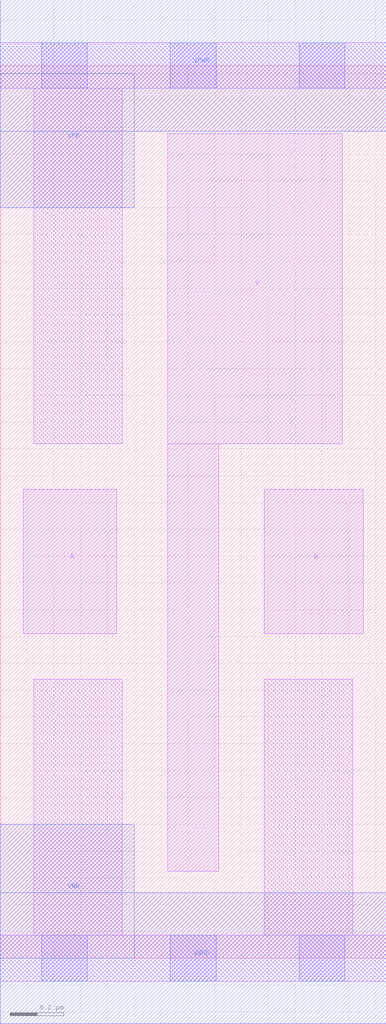
<source format=lef>
# Copyright 2020 The SkyWater PDK Authors
#
# Licensed under the Apache License, Version 2.0 (the "License");
# you may not use this file except in compliance with the License.
# You may obtain a copy of the License at
#
#     https://www.apache.org/licenses/LICENSE-2.0
#
# Unless required by applicable law or agreed to in writing, software
# distributed under the License is distributed on an "AS IS" BASIS,
# WITHOUT WARRANTIES OR CONDITIONS OF ANY KIND, either express or implied.
# See the License for the specific language governing permissions and
# limitations under the License.
#
# SPDX-License-Identifier: Apache-2.0

VERSION 5.5 ;
NAMESCASESENSITIVE ON ;
BUSBITCHARS "[]" ;
DIVIDERCHAR "/" ;
MACRO sky130_fd_sc_lp__nor2_1
  CLASS CORE ;
  SOURCE USER ;
  ORIGIN  0.000000  0.000000 ;
  SIZE  1.440000 BY  3.330000 ;
  SYMMETRY X Y R90 ;
  SITE unit ;
  PIN A
    ANTENNAGATEAREA  0.315000 ;
    DIRECTION INPUT ;
    USE SIGNAL ;
    PORT
      LAYER li1 ;
        RECT 0.085000 1.210000 0.435000 1.750000 ;
    END
  END A
  PIN B
    ANTENNAGATEAREA  0.315000 ;
    DIRECTION INPUT ;
    USE SIGNAL ;
    PORT
      LAYER li1 ;
        RECT 0.985000 1.210000 1.355000 1.750000 ;
    END
  END B
  PIN Y
    ANTENNADIFFAREA  0.569100 ;
    DIRECTION OUTPUT ;
    USE SIGNAL ;
    PORT
      LAYER li1 ;
        RECT 0.625000 0.325000 0.815000 1.920000 ;
        RECT 0.625000 1.920000 1.275000 3.075000 ;
    END
  END Y
  PIN VGND
    DIRECTION INOUT ;
    USE GROUND ;
    PORT
      LAYER met1 ;
        RECT 0.000000 -0.245000 1.440000 0.245000 ;
    END
  END VGND
  PIN VNB
    DIRECTION INOUT ;
    USE GROUND ;
    PORT
    END
  END VNB
  PIN VPB
    DIRECTION INOUT ;
    USE POWER ;
    PORT
    END
  END VPB
  PIN VNB
    DIRECTION INOUT ;
    USE GROUND ;
    PORT
      LAYER met1 ;
        RECT 0.000000 0.000000 0.500000 0.500000 ;
    END
  END VNB
  PIN VPB
    DIRECTION INOUT ;
    USE POWER ;
    PORT
      LAYER met1 ;
        RECT 0.000000 2.800000 0.500000 3.300000 ;
    END
  END VPB
  PIN VPWR
    DIRECTION INOUT ;
    USE POWER ;
    PORT
      LAYER met1 ;
        RECT 0.000000 3.085000 1.440000 3.575000 ;
    END
  END VPWR
  OBS
    LAYER li1 ;
      RECT 0.000000 -0.085000 1.440000 0.085000 ;
      RECT 0.000000  3.245000 1.440000 3.415000 ;
      RECT 0.125000  0.085000 0.455000 1.040000 ;
      RECT 0.125000  1.920000 0.455000 3.245000 ;
      RECT 0.985000  0.085000 1.315000 1.040000 ;
    LAYER mcon ;
      RECT 0.155000 -0.085000 0.325000 0.085000 ;
      RECT 0.155000  3.245000 0.325000 3.415000 ;
      RECT 0.635000 -0.085000 0.805000 0.085000 ;
      RECT 0.635000  3.245000 0.805000 3.415000 ;
      RECT 1.115000 -0.085000 1.285000 0.085000 ;
      RECT 1.115000  3.245000 1.285000 3.415000 ;
  END
END sky130_fd_sc_lp__nor2_1
END LIBRARY

</source>
